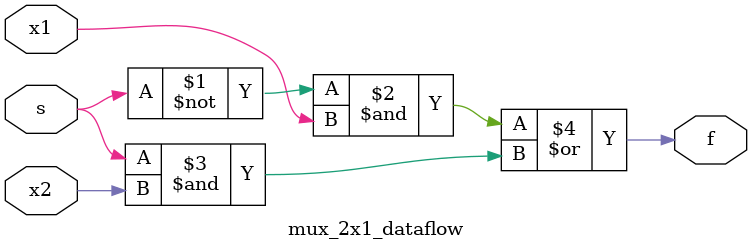
<source format=v>
`timescale 1ns / 1ps


module mux_2x1_dataflow(
    // provide the module with an input and output
    input x1, x2, s,
    output f
    );
    /* If anything will change right of the equal sign
    we must set this to assign */
    assign f = ~s & x1 | s & x2; 
endmodule

</source>
